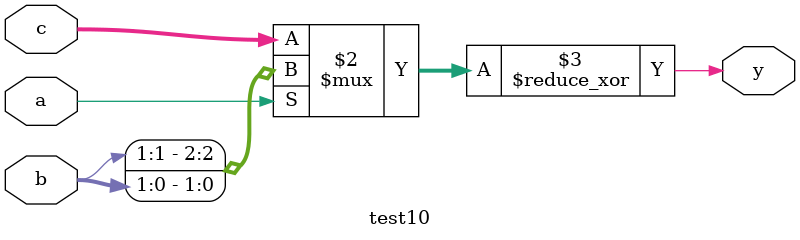
<source format=v>
module test10(a, b, c, y);
  input a;
  input signed [1:0] b;
  input signed [2:0] c;
  output y;
  assign y = ^(a ? b : c);
endmodule
</source>
